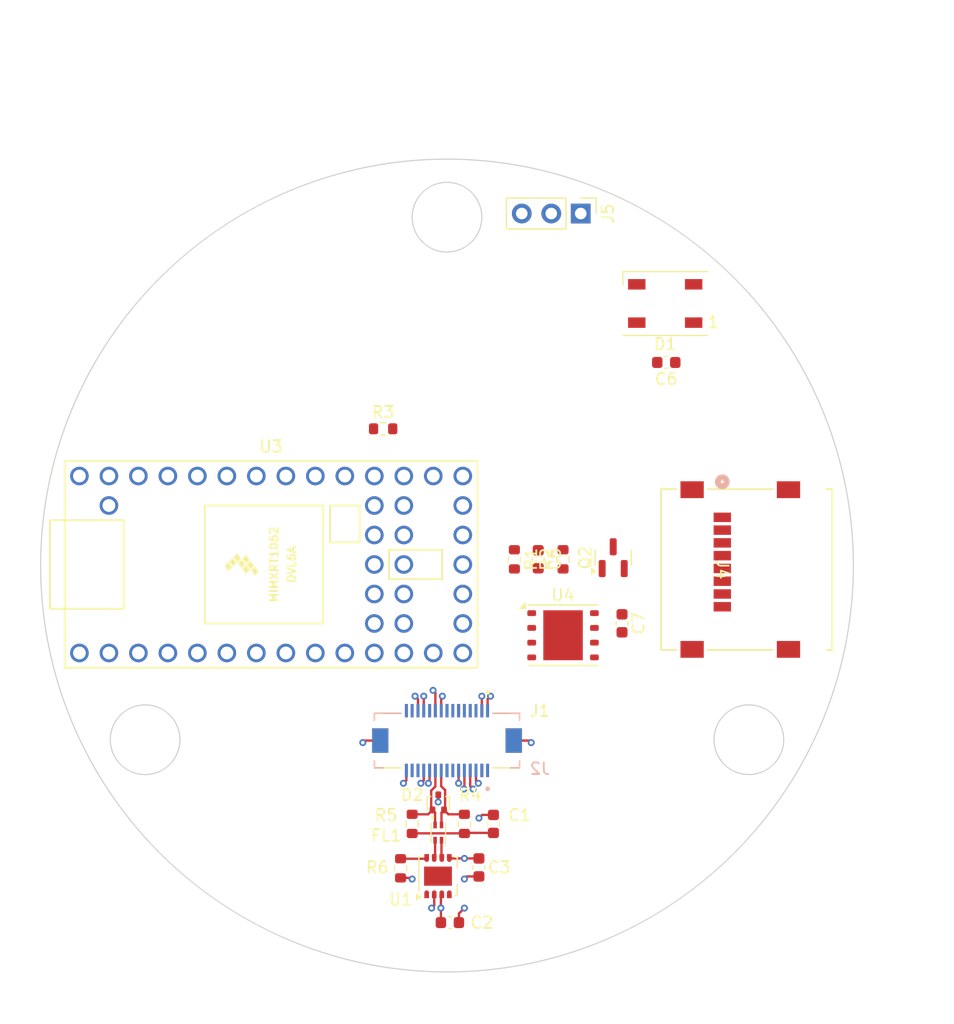
<source format=kicad_pcb>
(kicad_pcb (version 20240108) (generator "pcbnew") (generator_version "8.0")
  (title_block (title "Blaze PCB Template") (rev "v1") (company "UCSC Rocket Team"))
  (layers (0 "F.Cu" signal) (1 "In1.Cu" signal) (2 "In2.Cu" signal) (31 "B.Cu" signal) (34 "B.Paste" user) (35 "F.Paste" user) (36 "B.SilkS" user "B.Silkscreen") (37 "F.SilkS" user "F.Silkscreen") (38 "B.Mask" user) (39 "F.Mask" user) (44 "Edge.Cuts" user))
  (net 0 "")
  (net 1 "GND")
  (net 2 "+5V")
  (net 3 "+3V3")
  (net 4 "/CANL")
  (net 5 "/CANH")
  (net 6 "/ARM")
  (net 7 "/RX_RADIO")
  (net 8 "/TX_RADIO")
  (net 9 "/PPS")
  (net 10 "Net-(C1-Pad1)")
  (net 11 "Net-(U1-CANL)")
  (net 12 "Net-(U1-CANH)")
  (net 13 "/CAN_STB")
  (net 14 "/CANRX")
  (net 15 "/CANTX")
  (net 16 "Net-(Q2-G)")
  (net 17 "/LED_DOUT")
  (net 18 "Net-(D1-DOUT)")
  (net 19 "/MOSI")
  (net 20 "/CS_SD")
  (net 21 "/MISO")
  (net 22 "/SCK")
  (net 24 "Net-(J4-VDD)")
  (net 43 "/CS_FLASH")
  (net 60 "Net-(J1-Pin_18)")
  (net 61 "Net-(J1-Pin_24)")
  (net 62 "Net-(J1-Pin_5)")
  (net 63 "Net-(J1-Pin_29)")
  (net 64 "Net-(J1-Pin_17)")
  (net 65 "Net-(J1-Pin_7)")
  (net 66 "Net-(J1-Pin_15)")
  (net 67 "Net-(J1-Pin_8)")
  (net 68 "Net-(J1-Pin_23)")
  (net 69 "Net-(J1-Pin_30)")
  (net 70 "Net-(J1-Pin_14)")
  (footprint "Blaze_Library:Teensy40" (layer "F.Cu") (at 133.35 105.41)
    (property "Reference" "U3" (at 0 -10.16 0) (layer "F.SilkS"))
    (property "Value" "Teensy4.0")
    (fp_line (start -19.05 -3.81) (end -17.78 -3.81) (stroke (width 0.15)) (layer "F.SilkS"))
    (fp_line (start -19.05 3.81) (end -19.05 -3.81) (stroke (width 0.15)) (layer "F.SilkS"))
    (fp_line (start -17.78 -8.89) (end 17.78 -8.89) (stroke (width 0.15)) (layer "F.SilkS"))
    (fp_line (start -17.78 3.81) (end -19.05 3.81) (stroke (width 0.15)) (layer "F.SilkS"))
    (fp_line (start -17.78 8.89) (end -17.78 -8.89) (stroke (width 0.15)) (layer "F.SilkS"))
    (fp_line (start -12.7 -3.81) (end -17.78 -3.81) (stroke (width 0.15)) (layer "F.SilkS"))
    (fp_line (start -12.7 3.81) (end -17.78 3.81) (stroke (width 0.15)) (layer "F.SilkS"))
    (fp_line (start -12.7 3.81) (end -12.7 -3.81) (stroke (width 0.15)) (layer "F.SilkS"))
    (fp_line (start -5.715 -5.08) (end -5.715 5.08) (stroke (width 0.15)) (layer "F.SilkS"))
    (fp_line (start 4.445 -5.08) (end -5.715 -5.08) (stroke (width 0.15)) (layer "F.SilkS"))
    (fp_line (start 4.445 5.08) (end -5.715 5.08) (stroke (width 0.15)) (layer "F.SilkS"))
    (fp_line (start 4.445 5.08) (end 4.445 -5.08) (stroke (width 0.15)) (layer "F.SilkS"))
    (fp_line (start 5.08 -5.08) (end 7.62 -5.08) (stroke (width 0.15)) (layer "F.SilkS"))
    (fp_line (start 5.08 -1.905) (end 5.08 -5.08) (stroke (width 0.15)) (layer "F.SilkS"))
    (fp_line (start 7.62 -5.08) (end 7.62 -1.905) (stroke (width 0.15)) (layer "F.SilkS"))
    (fp_line (start 7.62 -1.905) (end 5.08 -1.905) (stroke (width 0.15)) (layer "F.SilkS"))
    (fp_line (start 10.16 -1.27) (end 14.732 -1.27) (stroke (width 0.15)) (layer "F.SilkS"))
    (fp_line (start 10.16 1.27) (end 10.16 -1.27) (stroke (width 0.15)) (layer "F.SilkS"))
    (fp_line (start 14.732 -1.27) (end 14.732 1.27) (stroke (width 0.15)) (layer "F.SilkS"))
    (fp_line (start 14.732 1.27) (end 10.16 1.27) (stroke (width 0.15)) (layer "F.SilkS"))
    (fp_line (start 17.78 -8.89) (end 17.78 8.89) (stroke (width 0.15)) (layer "F.SilkS"))
    (fp_line (start 17.78 8.89) (end -17.78 8.89) (stroke (width 0.15)) (layer "F.SilkS"))
    (fp_poly (pts (xy -3.937 0.127) (xy -3.683 -0.127) (xy -3.429 0.254) (xy -3.683 0.508)) (stroke (width 0.1)) (fill solid) (layer "F.SilkS"))
    (fp_poly (pts (xy -3.556 -0.254) (xy -3.302 -0.508) (xy -3.048 -0.127) (xy -3.302 0.127)) (stroke (width 0.1)) (fill solid) (layer "F.SilkS"))
    (fp_poly (pts (xy -3.175 -0.635) (xy -2.921 -0.889) (xy -2.667 -0.508) (xy -2.921 -0.254)) (stroke (width 0.1)) (fill solid) (layer "F.SilkS"))
    (fp_poly (pts (xy -2.794 -0.127) (xy -2.54 -0.381) (xy -2.286 0) (xy -2.54 0.254)) (stroke (width 0.1)) (fill solid) (layer "F.SilkS"))
    (fp_poly (pts (xy -2.413 -0.508) (xy -2.159 -0.762) (xy -1.905 -0.381) (xy -2.159 -0.127)) (stroke (width 0.1)) (fill solid) (layer "F.SilkS"))
    (fp_poly (pts (xy -2.413 0.381) (xy -2.159 0.127) (xy -1.905 0.508) (xy -2.159 0.762)) (stroke (width 0.1)) (fill solid) (layer "F.SilkS"))
    (fp_poly (pts (xy -2.032 0) (xy -1.778 -0.254) (xy -1.524 0.127) (xy -1.778 0.381)) (stroke (width 0.1)) (fill solid) (layer "F.SilkS"))
    (fp_poly (pts (xy -1.651 0.508) (xy -1.397 0.254) (xy -1.143 0.635) (xy -1.397 0.889)) (stroke (width 0.1)) (fill solid) (layer "F.SilkS"))
    (fp_text user "DVL6A" (at 1.778 0 90) (layer "F.SilkS") (effects (font (size 0.7 0.7))))
    (fp_text user "MIMXRT1062" (at 0.254 0 90) (layer "F.SilkS") (effects (font (size 0.7 0.7))))
    (pad "1" thru_hole circle (at -16.51 7.62) (size 1.6 1.6) (drill 1.1) (layers "*.Cu" "*.Mask") (net 1 "GND"))
    (pad "2" thru_hole circle (at -13.97 7.62) (size 1.6 1.6) (drill 1.1) (layers "*.Cu" "*.Mask") (net 14 "/CANRX"))
    (pad "3" thru_hole circle (at -11.43 7.62) (size 1.6 1.6) (drill 1.1) (layers "*.Cu" "*.Mask") (net 15 "/CANTX"))
    (pad "4" thru_hole circle (at -8.89 7.62) (size 1.6 1.6) (drill 1.1) (layers "*.Cu" "*.Mask"))
    (pad "5" thru_hole circle (at -6.35 7.62) (size 1.6 1.6) (drill 1.1) (layers "*.Cu" "*.Mask"))
    (pad "6" thru_hole circle (at -3.81 7.62) (size 1.6 1.6) (drill 1.1) (layers "*.Cu" "*.Mask"))
    (pad "7" thru_hole circle (at -1.27 7.62) (size 1.6 1.6) (drill 1.1) (layers "*.Cu" "*.Mask"))
    (pad "8" thru_hole circle (at 1.27 7.62) (size 1.6 1.6) (drill 1.1) (layers "*.Cu" "*.Mask") (net 17 "/LED_DOUT"))
    (pad "9" thru_hole circle (at 3.81 7.62) (size 1.6 1.6) (drill 1.1) (layers "*.Cu" "*.Mask"))
    (pad "10" thru_hole circle (at 6.35 7.62) (size 1.6 1.6) (drill 1.1) (layers "*.Cu" "*.Mask"))
    (pad "11" thru_hole circle (at 8.89 7.62) (size 1.6 1.6) (drill 1.1) (layers "*.Cu" "*.Mask") (net 20 "/CS_SD"))
    (pad "12" thru_hole circle (at 11.43 7.62) (size 1.6 1.6) (drill 1.1) (layers "*.Cu" "*.Mask") (net 43 "/CS_FLASH"))
    (pad "13" thru_hole circle (at 13.97 7.62) (size 1.6 1.6) (drill 1.1) (layers "*.Cu" "*.Mask") (net 19 "/MOSI"))
    (pad "14" thru_hole circle (at 16.51 7.62) (size 1.6 1.6) (drill 1.1) (layers "*.Cu" "*.Mask") (net 21 "/MISO"))
    (pad "15" thru_hole circle (at 16.51 5.08) (size 1.6 1.6) (drill 1.1) (layers "*.Cu" "*.Mask"))
    (pad "16" thru_hole circle (at 16.51 2.54) (size 1.6 1.6) (drill 1.1) (layers "*.Cu" "*.Mask"))
    (pad "17" thru_hole circle (at 16.51 0) (size 1.6 1.6) (drill 1.1) (layers "*.Cu" "*.Mask") (net 1 "GND"))
    (pad "18" thru_hole circle (at 16.51 -2.54) (size 1.6 1.6) (drill 1.1) (layers "*.Cu" "*.Mask"))
    (pad "19" thru_hole circle (at 16.51 -5.08) (size 1.6 1.6) (drill 1.1) (layers "*.Cu" "*.Mask"))
    (pad "20" thru_hole circle (at 16.51 -7.62) (size 1.6 1.6) (drill 1.1) (layers "*.Cu" "*.Mask") (net 22 "/SCK"))
    (pad "21" thru_hole circle (at 13.97 -7.62) (size 1.6 1.6) (drill 1.1) (layers "*.Cu" "*.Mask"))
    (pad "22" thru_hole circle (at 11.43 -7.62) (size 1.6 1.6) (drill 1.1) (layers "*.Cu" "*.Mask"))
    (pad "23" thru_hole circle (at 8.89 -7.62) (size 1.6 1.6) (drill 1.1) (layers "*.Cu" "*.Mask") (net 6 "/ARM"))
    (pad "24" thru_hole circle (at 6.35 -7.62) (size 1.6 1.6) (drill 1.1) (layers "*.Cu" "*.Mask"))
    (pad "25" thru_hole circle (at 3.81 -7.62) (size 1.6 1.6) (drill 1.1) (layers "*.Cu" "*.Mask"))
    (pad "26" thru_hole circle (at 1.27 -7.62) (size 1.6 1.6) (drill 1.1) (layers "*.Cu" "*.Mask"))
    (pad "27" thru_hole circle (at -1.27 -7.62) (size 1.6 1.6) (drill 1.1) (layers "*.Cu" "*.Mask"))
    (pad "28" thru_hole circle (at -3.81 -7.62) (size 1.6 1.6) (drill 1.1) (layers "*.Cu" "*.Mask"))
    (pad "29" thru_hole circle (at -6.35 -7.62) (size 1.6 1.6) (drill 1.1) (layers "*.Cu" "*.Mask"))
    (pad "30" thru_hole circle (at -8.89 -7.62) (size 1.6 1.6) (drill 1.1) (layers "*.Cu" "*.Mask"))
    (pad "31" thru_hole circle (at -11.43 -7.62) (size 1.6 1.6) (drill 1.1) (layers "*.Cu" "*.Mask"))
    (pad "32" thru_hole circle (at -13.97 -7.62) (size 1.6 1.6) (drill 1.1) (layers "*.Cu" "*.Mask") (net 1 "GND"))
    (pad "33" thru_hole circle (at -16.51 -7.62) (size 1.6 1.6) (drill 1.1) (layers "*.Cu" "*.Mask") (net 2 "+5V"))
    (pad "34" thru_hole circle (at -13.97 -5.08) (size 1.6 1.6) (drill 1.1) (layers "*.Cu" "*.Mask"))
    (pad "35" thru_hole circle (at 11.43 -5.08) (size 1.6 1.6) (drill 1.1) (layers "*.Cu" "*.Mask"))
    (pad "36" thru_hole circle (at 8.89 -5.08) (size 1.6 1.6) (drill 1.1) (layers "*.Cu" "*.Mask"))
    (pad "37" thru_hole circle (at 11.43 -2.54) (size 1.6 1.6) (drill 1.1) (layers "*.Cu" "*.Mask"))
    (pad "38" thru_hole circle (at 8.89 -2.54) (size 1.6 1.6) (drill 1.1) (layers "*.Cu" "*.Mask"))
    (pad "39" thru_hole circle (at 11.43 0) (size 1.6 1.6) (drill 1.1) (layers "*.Cu" "*.Mask"))
    (pad "40" thru_hole circle (at 8.89 0) (size 1.6 1.6) (drill 1.1) (layers "*.Cu" "*.Mask"))
    (pad "41" thru_hole circle (at 11.43 2.54) (size 1.6 1.6) (drill 1.1) (layers "*.Cu" "*.Mask"))
    (pad "42" thru_hole circle (at 8.89 2.54) (size 1.6 1.6) (drill 1.1) (layers "*.Cu" "*.Mask"))
    (pad "43" thru_hole circle (at 11.43 5.08) (size 1.6 1.6) (drill 1.1) (layers "*.Cu" "*.Mask"))
    (pad "44" thru_hole circle (at 8.89 5.08) (size 1.6 1.6) (drill 1.1) (layers "*.Cu" "*.Mask"))
  )
  (footprint "Package_TO_SOT_SMD:SOT-416" (layer "F.Cu") (at 147.75 125.9 90)
    (property "Reference" "D2" (at 0.65 -2.25 180) (layer "F.SilkS"))
    (property "Value" "ESDCAN03-2BM3Y")
    (fp_line (start 0.51 -0.96) (end -0.65 -0.96) (stroke (width 0.12)) (layer "F.SilkS"))
    (fp_line (start 0.51 -0.96) (end 0.51 -0.65) (stroke (width 0.12)) (layer "F.SilkS"))
    (fp_line (start 0.51 0.96) (end 0.51 0.65) (stroke (width 0.12)) (layer "F.SilkS"))
    (fp_line (start 0.51 0.96) (end -0.65 0.96) (stroke (width 0.12)) (layer "F.SilkS"))
    (fp_circle (center -1.3 -0.5) (end -1.15 -0.5) (fill solid) (layer "F.SilkS"))
    (pad "1" smd roundrect (at -0.65 -0.5 90) (size 0.6 0.5) (layers "F.Cu" "F.Paste" "F.Mask") (net 4 "/CANL"))
    (pad "2" smd roundrect (at -0.65 0.5 90) (size 0.6 0.5) (layers "F.Cu" "F.Paste" "F.Mask") (net 5 "/CANH"))
    (pad "3" smd roundrect (at 0.65 0 90) (size 0.6 0.5) (layers "F.Cu" "F.Paste" "F.Mask") (net 1 "GND"))
  )
  (footprint "Blaze_Library:HRS_DF17_1.0H_-30DP-0.5V_57_" (layer "F.Cu") (at 148.5 120.575 180)
    (property "Reference" "J1" (at -8 2.575 0) (layer "F.SilkS"))
    (property "Value" "FrontInterconnect")
    (fp_line (start 6.25 2.35) (end 6.25 1.75) (stroke (width 0.127)) (layer "F.SilkS"))
    (fp_line (start 6.25 -2.35) (end 6.25 -1.75) (stroke (width 0.127)) (layer "F.SilkS"))
    (fp_line (start 6.25 -2.35) (end 3.945 -2.35) (stroke (width 0.127)) (layer "F.SilkS"))
    (fp_line (start 5.5 2.35) (end 6.25 2.35) (stroke (width 0.127)) (layer "F.SilkS"))
    (fp_line (start -3.945 -2.35) (end -6.25 -2.35) (stroke (width 0.127)) (layer "F.SilkS"))
    (fp_line (start -6.25 2.35) (end -5.5 2.35) (stroke (width 0.127)) (layer "F.SilkS"))
    (fp_line (start -6.25 2.35) (end -6.25 1.75) (stroke (width 0.127)) (layer "F.SilkS"))
    (fp_line (start -6.25 -2.35) (end -6.25 -1.75) (stroke (width 0.127)) (layer "F.SilkS"))
    (fp_circle (center -3.5 4.15) (end -3.4 4.15) (stroke (width 0.2)) (fill none) (layer "F.SilkS"))
    (pad "" np_thru_hole circle (at -4.75 1.9 180) (size 0.65 0.65) (drill 0.65) (layers "*.Cu" "*.Mask"))
    (pad "" np_thru_hole circle (at 4.75 1.9 180) (size 0.65 0.65) (drill 0.65) (layers "*.Cu" "*.Mask"))
    (pad "1" smd rect (at -3.5 2.575 180) (size 0.25 1.15) (layers "F.Cu" "F.Paste" "F.Mask") (net 1 "GND"))
    (pad "2" smd rect (at -3 2.575 180) (size 0.25 1.15) (layers "F.Cu" "F.Paste" "F.Mask") (net 1 "GND"))
    (pad "3" smd rect (at -2.5 2.575 180) (size 0.25 1.15) (layers "F.Cu" "F.Paste" "F.Mask") (net 8 "/TX_RADIO"))
    (pad "4" smd rect (at -2 2.575 180) (size 0.25 1.15) (layers "F.Cu" "F.Paste" "F.Mask") (net 7 "/RX_RADIO"))
    (pad "5" smd rect (at -1.5 2.575 180) (size 0.25 1.15) (layers "F.Cu" "F.Paste" "F.Mask") (net 62 "Net-(J1-Pin_5)"))
    (pad "6" smd rect (at -1 2.575 180) (size 0.25 1.15) (layers "F.Cu" "F.Paste" "F.Mask") (net 6 "/ARM"))
    (pad "7" smd rect (at -0.5 2.575 180) (size 0.25 1.15) (layers "F.Cu" "F.Paste" "F.Mask") (net 65 "Net-(J1-Pin_7)"))
    (pad "8" smd rect (at 0 2.575 180) (size 0.25 1.15) (layers "F.Cu" "F.Paste" "F.Mask") (net 67 "Net-(J1-Pin_8)"))
    (pad "9" smd rect (at 0.5 2.575 180) (size 0.25 1.15) (layers "F.Cu" "F.Paste" "F.Mask") (net 2 "+5V"))
    (pad "10" smd rect (at 1 2.575 180) (size 0.25 1.15) (layers "F.Cu" "F.Paste" "F.Mask") (net 3 "+3V3"))
    (pad "11" smd rect (at 1.5 2.575 180) (size 0.25 1.15) (layers "F.Cu" "F.Paste" "F.Mask") (net 9 "/PPS"))
    (pad "12" smd rect (at 2 2.575 180) (size 0.25 1.15) (layers "F.Cu" "F.Paste" "F.Mask") (net 1 "GND"))
    (pad "13" smd rect (at 2.5 2.575 180) (size 0.25 1.15) (layers "F.Cu" "F.Paste" "F.Mask") (net 1 "GND"))
    (pad "14" smd rect (at 3 2.575 180) (size 0.25 1.15) (layers "F.Cu" "F.Paste" "F.Mask") (net 70 "Net-(J1-Pin_14)"))
    (pad "15" smd rect (at 3.5 2.575 180) (size 0.25 1.15) (layers "F.Cu" "F.Paste" "F.Mask") (net 66 "Net-(J1-Pin_15)"))
    (pad "16" smd rect (at 3.5 -2.575 180) (size 0.25 1.15) (layers "F.Cu" "F.Paste" "F.Mask") (net 3 "+3V3"))
    (pad "17" smd rect (at 3 -2.575 180) (size 0.25 1.15) (layers "F.Cu" "F.Paste" "F.Mask") (net 64 "Net-(J1-Pin_17)"))
    (pad "18" smd rect (at 2.5 -2.575 180) (size 0.25 1.15) (layers "F.Cu" "F.Paste" "F.Mask") (net 60 "Net-(J1-Pin_18)"))
    (pad "19" smd rect (at 2 -2.575 180) (size 0.25 1.15) (layers "F.Cu" "F.Paste" "F.Mask") (net 1 "GND"))
    (pad "20" smd rect (at 1.5 -2.575 180) (size 0.25 1.15) (layers "F.Cu" "F.Paste" "F.Mask") (net 1 "GND"))
    (pad "21" smd rect (at 1 -2.575 180) (size 0.25 1.15) (layers "F.Cu" "F.Paste" "F.Mask") (net 5 "/CANH"))
    (pad "22" smd rect (at 0.5 -2.575 180) (size 0.25 1.15) (layers "F.Cu" "F.Paste" "F.Mask") (net 4 "/CANL"))
    (pad "23" smd rect (at 0 -2.575 180) (size 0.25 1.15) (layers "F.Cu" "F.Paste" "F.Mask") (net 68 "Net-(J1-Pin_23)"))
    (pad "24" smd rect (at -0.5 -2.575 180) (size 0.25 1.15) (layers "F.Cu" "F.Paste" "F.Mask") (net 61 "Net-(J1-Pin_24)"))
    (pad "25" smd rect (at -1 -2.575 180) (size 0.25 1.15) (layers "F.Cu" "F.Paste" "F.Mask") (net 2 "+5V"))
    (pad "26" smd rect (at -1.5 -2.575 180) (size 0.25 1.15) (layers "F.Cu" "F.Paste" "F.Mask") (net 2 "+5V"))
    (pad "27" smd rect (at -2 -2.575 180) (size 0.25 1.15) (layers "F.Cu" "F.Paste" "F.Mask") (net 3 "+3V3"))
    (pad "28" smd rect (at -2.5 -2.575 180) (size 0.25 1.15) (layers "F.Cu" "F.Paste" "F.Mask") (net 3 "+3V3"))
    (pad "29" smd rect (at -3 -2.575 180) (size 0.25 1.15) (layers "F.Cu" "F.Paste" "F.Mask") (net 63 "Net-(J1-Pin_29)"))
    (pad "30" smd rect (at -3.5 -2.575 180) (size 0.25 1.15) (layers "F.Cu" "F.Paste" "F.Mask") (net 69 "Net-(J1-Pin_30)"))
    (pad "S1" smd rect (at -5.75 0 180) (size 1.4 2.1) (layers "F.Cu" "F.Paste" "F.Mask") (net 1 "GND"))
    (pad "S2" smd rect (at 5.75 0 180) (size 1.4 2.1) (layers "F.Cu" "F.Paste" "F.Mask") (net 1 "GND"))
  )
  (footprint "Resistor_SMD:R_0603_1608Metric" (layer "F.Cu") (at 154.305 104.966 -90)
    (property "Reference" "R1" (at 0 -1.43 90) (layer "F.SilkS"))
    (property "Value" "47k")
    (fp_line (start -0.237258 0.5225) (end 0.237258 0.5225) (stroke (width 0.12)) (layer "F.SilkS"))
    (fp_line (start -0.237258 -0.5225) (end 0.237258 -0.5225) (stroke (width 0.12)) (layer "F.SilkS"))
    (pad "1" smd roundrect (at -0.825 0 270) (size 0.8 0.95) (layers "F.Cu" "F.Paste" "F.Mask") (net 3 "+3V3"))
    (pad "2" smd roundrect (at 0.825 0 270) (size 0.8 0.95) (layers "F.Cu" "F.Paste" "F.Mask") (net 16 "Net-(Q2-G)"))
  )
  (footprint "Connector_PinHeader_2.54mm:PinHeader_1x03_P2.54mm_Vertical" (layer "F.Cu") (at 160.02 75.184 -90)
    (property "Reference" "J5" (at 0 -2.33 90) (layer "F.SilkS"))
    (property "Value" "Conn_01x03_Pin")
    (fp_line (start -1.33 6.41) (end 1.33 6.41) (stroke (width 0.12)) (layer "F.SilkS"))
    (fp_line (start -1.33 1.27) (end -1.33 6.41) (stroke (width 0.12)) (layer "F.SilkS"))
    (fp_line (start -1.33 1.27) (end 1.33 1.27) (stroke (width 0.12)) (layer "F.SilkS"))
    (fp_line (start 1.33 1.27) (end 1.33 6.41) (stroke (width 0.12)) (layer "F.SilkS"))
    (fp_line (start -1.33 0) (end -1.33 -1.33) (stroke (width 0.12)) (layer "F.SilkS"))
    (fp_line (start -1.33 -1.33) (end 0 -1.33) (stroke (width 0.12)) (layer "F.SilkS"))
    (pad "1" thru_hole rect (at 0 0 270) (size 1.7 1.7) (drill 1) (layers "*.Cu" "*.Mask") (net 1 "GND"))
    (pad "2" thru_hole oval (at 0 2.54 270) (size 1.7 1.7) (drill 1) (layers "*.Cu" "*.Mask") (net 18 "Net-(D1-DOUT)"))
    (pad "3" thru_hole oval (at 0 5.08 270) (size 1.7 1.7) (drill 1) (layers "*.Cu" "*.Mask") (net 2 "+5V"))
  )
  (footprint "LED_SMD:LED_WS2812B_PLCC4_5.0x5.0mm_P3.2mm" (layer "F.Cu") (at 167.296 82.932 180)
    (property "Reference" "D1" (at 0 -3.5 360) (layer "F.SilkS"))
    (property "Value" "WS2812B")
    (fp_line (start 3.65 2.75) (end 3.65 1.6) (stroke (width 0.12)) (layer "F.SilkS"))
    (fp_line (start -3.65 2.75) (end 3.65 2.75) (stroke (width 0.12)) (layer "F.SilkS"))
    (fp_line (start -3.65 -2.75) (end 3.65 -2.75) (stroke (width 0.12)) (layer "F.SilkS"))
    (fp_text user "1" (at -4.15 -1.6 360) (layer "F.SilkS"))
    (pad "1" smd rect (at -2.45 -1.65 180) (size 1.5 0.9) (layers "F.Cu" "F.Paste" "F.Mask") (net 2 "+5V"))
    (pad "2" smd rect (at -2.45 1.65 180) (size 1.5 0.9) (layers "F.Cu" "F.Paste" "F.Mask") (net 18 "Net-(D1-DOUT)"))
    (pad "3" smd rect (at 2.45 1.65 180) (size 1.5 0.9) (layers "F.Cu" "F.Paste" "F.Mask") (net 1 "GND"))
    (pad "4" smd rect (at 2.45 -1.65 180) (size 1.5 0.9) (layers "F.Cu" "F.Paste" "F.Mask") (net 17 "/LED_DOUT"))
  )
  (footprint "Resistor_SMD:R_0603_1608Metric" (layer "F.Cu") (at 145.5 127.75 -90)
    (property "Reference" "R5" (at -0.75 2.25 180) (layer "F.SilkS"))
    (property "Value" "60")
    (fp_line (start -0.237258 0.5225) (end 0.237258 0.5225) (stroke (width 0.12)) (layer "F.SilkS"))
    (fp_line (start -0.237258 -0.5225) (end 0.237258 -0.5225) (stroke (width 0.12)) (layer "F.SilkS"))
    (pad "1" smd roundrect (at -0.825 0 270) (size 0.8 0.95) (layers "F.Cu" "F.Paste" "F.Mask") (net 5 "/CANH"))
    (pad "2" smd roundrect (at 0.825 0 270) (size 0.8 0.95) (layers "F.Cu" "F.Paste" "F.Mask") (net 10 "Net-(C1-Pad1)"))
  )
  (footprint "Capacitor_SMD:C_0603_1608Metric" (layer "F.Cu") (at 167.386 88.011 180)
    (property "Reference" "C6" (at 0 -1.43 360) (layer "F.SilkS"))
    (property "Value" "1uF")
    (fp_line (start -0.14058 0.51) (end 0.14058 0.51) (stroke (width 0.12)) (layer "F.SilkS"))
    (fp_line (start -0.14058 -0.51) (end 0.14058 -0.51) (stroke (width 0.12)) (layer "F.SilkS"))
    (pad "1" smd roundrect (at -0.775 0 180) (size 0.9 0.95) (layers "F.Cu" "F.Paste" "F.Mask") (net 2 "+5V"))
    (pad "2" smd roundrect (at 0.775 0 180) (size 0.9 0.95) (layers "F.Cu" "F.Paste" "F.Mask") (net 1 "GND"))
  )
  (footprint "Capacitor_SMD:C_0603_1608Metric" (layer "F.Cu") (at 163.576 110.477 -90)
    (property "Reference" "C7" (at 0 -1.43 90) (layer "F.SilkS"))
    (property "Value" "0.1uF")
    (fp_line (start -0.14058 0.51) (end 0.14058 0.51) (stroke (width 0.12)) (layer "F.SilkS"))
    (fp_line (start -0.14058 -0.51) (end 0.14058 -0.51) (stroke (width 0.12)) (layer "F.SilkS"))
    (pad "1" smd roundrect (at -0.775 0 270) (size 0.9 0.95) (layers "F.Cu" "F.Paste" "F.Mask") (net 3 "+3V3"))
    (pad "2" smd roundrect (at 0.775 0 270) (size 0.9 0.95) (layers "F.Cu" "F.Paste" "F.Mask") (net 1 "GND"))
  )
  (footprint "Resistor_SMD:R_0603_1608Metric" (layer "F.Cu") (at 158.496 104.966 90)
    (property "Reference" "R2" (at 0 -1.43 90) (layer "F.SilkS"))
    (property "Value" "100k")
    (fp_line (start -0.237258 -0.5225) (end 0.237258 -0.5225) (stroke (width 0.12)) (layer "F.SilkS"))
    (fp_line (start -0.237258 0.5225) (end 0.237258 0.5225) (stroke (width 0.12)) (layer "F.SilkS"))
    (pad "1" smd roundrect (at -0.825 0 90) (size 0.8 0.95) (layers "F.Cu" "F.Paste" "F.Mask") (net 16 "Net-(Q2-G)"))
    (pad "2" smd roundrect (at 0.825 0 90) (size 0.8 0.95) (layers "F.Cu" "F.Paste" "F.Mask") (net 1 "GND"))
  )
  (footprint "Blaze_Library:CONN_47219-2001_MOL" (layer "F.Cu") (at 174.310299 105.845 -90)
    (property "Reference" "J4" (at 0 2.098299 -90) (layer "F.SilkS"))
    (property "Value" "Micro_SD_Card")
    (fp_circle (center -7.5565 2.098299) (end -7.1755 2.098299) (stroke (width 0.508)) (fill none) (layer "B.SilkS"))
    (fp_line (start -6.9215 7.3787) (end 6.9215 7.3787) (stroke (width 0.1524)) (layer "F.SilkS"))
    (fp_line (start 6.9215 7.3787) (end 6.9215 6.034339) (stroke (width 0.1524)) (layer "F.SilkS"))
    (fp_line (start -6.9215 6.034339) (end -6.9215 7.3787) (stroke (width 0.1524)) (layer "F.SilkS"))
    (fp_line (start 6.9215 3.362259) (end 6.9215 -2.265661) (stroke (width 0.1524)) (layer "F.SilkS"))
    (fp_line (start -6.9215 -2.265661) (end -6.9215 3.362259) (stroke (width 0.1524)) (layer "F.SilkS"))
    (fp_line (start 6.9215 -6.857741) (end 6.9215 -7.3787) (stroke (width 0.1524)) (layer "F.SilkS"))
    (fp_line (start -6.9215 -7.3787) (end -6.9215 -6.857741) (stroke (width 0.1524)) (layer "F.SilkS"))
    (fp_line (start 6.9215 -7.3787) (end -6.9215 -7.3787) (stroke (width 0.1524)) (layer "F.SilkS"))
    (fp_circle (center -7.5565 2.098299) (end -7.1755 2.098299) (stroke (width 0.508)) (fill none) (layer "F.SilkS"))
    (pad "1" smd rect (at 3.205 2.098299 270) (size 0.8128 1.4986) (layers "F.Cu" "F.Paste" "F.Mask"))
    (pad "2" smd rect (at 2.105 2.098299 270) (size 0.8128 1.4986) (layers "F.Cu" "F.Paste" "F.Mask") (net 20 "/CS_SD"))
    (pad "3" smd rect (at 1.004999 2.098299 270) (size 0.8128 1.4986) (layers "F.Cu" "F.Paste" "F.Mask") (net 19 "/MOSI"))
    (pad "4" smd rect (at -0.095001 2.098299 270) (size 0.8128 1.4986) (layers "F.Cu" "F.Paste" "F.Mask") (net 24 "Net-(J4-VDD)"))
    (pad "5" smd rect (at -1.194999 2.098299 270) (size 0.8128 1.4986) (layers "F.Cu" "F.Paste" "F.Mask") (net 22 "/SCK"))
    (pad "6" smd rect (at -2.294999 2.098299 270) (size 0.8128 1.4986) (layers "F.Cu" "F.Paste" "F.Mask") (net 1 "GND"))
    (pad "7" smd rect (at -3.395 2.098299 270) (size 0.8128 1.4986) (layers "F.Cu" "F.Paste" "F.Mask") (net 21 "/MISO"))
    (pad "8" smd rect (at -4.495 2.098299 270) (size 0.8128 1.4986) (layers "F.Cu" "F.Paste" "F.Mask"))
    (pad "G1" smd rect (at 6.875001 4.698299 270) (size 1.4478 2.0066) (layers "F.Cu" "F.Paste" "F.Mask"))
    (pad "G2" smd rect (at 6.875001 -3.601701 270) (size 1.4478 2.0066) (layers "F.Cu" "F.Paste" "F.Mask"))
    (pad "G3" smd rect (at -6.875001 -3.601701 270) (size 1.4478 2.0066) (layers "F.Cu" "F.Paste" "F.Mask"))
    (pad "G4" smd rect (at -6.875001 4.698299 270) (size 1.4478 2.0066) (layers "F.Cu" "F.Paste" "F.Mask"))
  )
  (footprint "Capacitor_SMD:C_0603_1608Metric" (layer "F.Cu") (at 156.357197 104.961768 -90)
    (property "Reference" "C5" (at 0 -1.43 90) (layer "F.SilkS"))
    (property "Value" "47uF")
    (fp_line (start -0.14058 0.51) (end 0.14058 0.51) (stroke (width 0.12)) (layer "F.SilkS"))
    (fp_line (start -0.14058 -0.51) (end 0.14058 -0.51) (stroke (width 0.12)) (layer "F.SilkS"))
    (pad "1" smd roundrect (at -0.775 0 270) (size 0.9 0.95) (layers "F.Cu" "F.Paste" "F.Mask") (net 3 "+3V3"))
    (pad "2" smd roundrect (at 0.775 0 270) (size 0.9 0.95) (layers "F.Cu" "F.Paste" "F.Mask") (net 16 "Net-(Q2-G)"))
  )
  (footprint "Resistor_SMD:R_0603_1608Metric" (layer "F.Cu") (at 144.5 131.575 -90)
    (property "Reference" "R6" (at -0.075 2 180) (layer "F.SilkS"))
    (property "Value" "10K")
    (fp_line (start -0.237258 0.5225) (end 0.237258 0.5225) (stroke (width 0.12)) (layer "F.SilkS"))
    (fp_line (start -0.237258 -0.5225) (end 0.237258 -0.5225) (stroke (width 0.12)) (layer "F.SilkS"))
    (pad "1" smd roundrect (at -0.825 0 270) (size 0.8 0.95) (layers "F.Cu" "F.Paste" "F.Mask") (net 13 "/CAN_STB"))
    (pad "2" smd roundrect (at 0.825 0 270) (size 0.8 0.95) (layers "F.Cu" "F.Paste" "F.Mask") (net 3 "+3V3"))
  )
  (footprint "Package_SON:Texas_S-PVSON-N8" (layer "F.Cu") (at 147.725 132.25 90)
    (property "Reference" "U1" (at -2 -3.225 180) (layer "F.SilkS"))
    (property "Value" "TCAN1044VDDFR")
    (fp_line (start 1.65 -1.65) (end -1.285 -1.65) (stroke (width 0.12)) (layer "F.SilkS"))
    (fp_line (start 1.65 -1.45) (end 1.65 -1.65) (stroke (width 0.12)) (layer "F.SilkS"))
    (fp_line (start 1.65 1.45) (end 1.65 1.65) (stroke (width 0.12)) (layer "F.SilkS"))
    (fp_line (start 0.7 1.65) (end 1.65 1.65) (stroke (width 0.12)) (layer "F.SilkS"))
    (fp_line (start -1.65 1.65) (end -1.65 1.45) (stroke (width 0.12)) (layer "F.SilkS"))
    (fp_line (start -1.65 1.65) (end -0.7 1.65) (stroke (width 0.12)) (layer "F.SilkS"))
    (fp_poly (pts (xy -1.81 -1.5) (xy -2.05 -1.83) (xy -1.57 -1.83) (xy -1.81 -1.5)) (stroke (width 0.12)) (fill solid) (layer "F.SilkS"))
    (pad "1" smd rect (at -1.75 -0.975 90) (size 0.3 0.4) (layers "F.Cu" "F.Paste" "F.Mask") (net 15 "/CANTX"))
    (pad "1" smd oval (at -1.55 -0.975 90) (size 0.65 0.4) (layers "F.Cu" "F.Paste" "F.Mask") (net 15 "/CANTX"))
    (pad "2" smd rect (at -1.75 -0.325 90) (size 0.3 0.4) (layers "F.Cu" "F.Paste" "F.Mask") (net 1 "GND"))
    (pad "2" smd oval (at -1.55 -0.325 90) (size 0.65 0.4) (layers "F.Cu" "F.Paste" "F.Mask") (net 1 "GND"))
    (pad "3" smd rect (at -1.75 0.325 90) (size 0.3 0.4) (layers "F.Cu" "F.Paste" "F.Mask") (net 2 "+5V"))
    (pad "3" smd oval (at -1.55 0.325 90) (size 0.65 0.4) (layers "F.Cu" "F.Paste" "F.Mask") (net 2 "+5V"))
    (pad "4" smd rect (at -1.75 0.975 90) (size 0.3 0.4) (layers "F.Cu" "F.Paste" "F.Mask") (net 14 "/CANRX"))
    (pad "4" smd oval (at -1.55 0.975 90) (size 0.65 0.4) (layers "F.Cu" "F.Paste" "F.Mask") (net 14 "/CANRX"))
    (pad "5" smd oval (at 1.55 0.975 90) (size 0.65 0.4) (layers "F.Cu" "F.Paste" "F.Mask") (net 3 "+3V3"))
    (pad "5" smd rect (at 1.75 0.975 90) (size 0.3 0.4) (layers "F.Cu" "F.Paste" "F.Mask") (net 3 "+3V3"))
    (pad "6" smd oval (at 1.55 0.325 90) (size 0.65 0.4) (layers "F.Cu" "F.Paste" "F.Mask") (net 11 "Net-(U1-CANL)"))
    (pad "6" smd rect (at 1.75 0.325 90) (size 0.3 0.4) (layers "F.Cu" "F.Paste" "F.Mask") (net 11 "Net-(U1-CANL)"))
    (pad "7" smd oval (at 1.55 -0.325 90) (size 0.65 0.4) (layers "F.Cu" "F.Paste" "F.Mask") (net 12 "Net-(U1-CANH)"))
    (pad "7" smd rect (at 1.75 -0.325 90) (size 0.3 0.4) (layers "F.Cu" "F.Paste" "F.Mask") (net 12 "Net-(U1-CANH)"))
    (pad "8" smd oval (at 1.55 -0.975 90) (size 0.65 0.4) (layers "F.Cu" "F.Paste" "F.Mask") (net 13 "/CAN_STB"))
    (pad "8" smd rect (at 1.75 -0.975 90) (size 0.3 0.4) (layers "F.Cu" "F.Paste" "F.Mask") (net 13 "/CAN_STB"))
    (pad "9" smd rect (at -0.45 -0.625 90) (size 0.65 1) (layers "F.Cu" "F.Paste" "F.Mask"))
    (pad "9" smd rect (at -0.45 0.625 90) (size 0.65 1) (layers "F.Cu" "F.Paste" "F.Mask"))
    (pad "9" smd rect (at 0 0 90) (size 1.65 2.4) (layers "F.Cu" "F.Mask"))
    (pad "9" smd rect (at 0.45 -0.625 90) (size 0.65 1) (layers "F.Cu" "F.Paste" "F.Mask"))
    (pad "9" smd rect (at 0.45 0.625 90) (size 0.65 1) (layers "F.Cu" "F.Paste" "F.Mask"))
  )
  (footprint "Capacitor_SMD:C_0603_1608Metric" (layer "F.Cu") (at 148.75 136.25)
    (property "Reference" "C2" (at 2.75 0 0) (layer "F.SilkS"))
    (property "Value" "0.1uF")
    (fp_line (start -0.14058 -0.51) (end 0.14058 -0.51) (stroke (width 0.12)) (layer "F.SilkS"))
    (fp_line (start -0.14058 0.51) (end 0.14058 0.51) (stroke (width 0.12)) (layer "F.SilkS"))
    (pad "1" smd roundrect (at -0.775 0) (size 0.9 0.95) (layers "F.Cu" "F.Paste" "F.Mask") (net 2 "+5V"))
    (pad "2" smd roundrect (at 0.775 0) (size 0.9 0.95) (layers "F.Cu" "F.Paste" "F.Mask") (net 1 "GND"))
  )
  (footprint "Resistor_SMD:R_0603_1608Metric" (layer "F.Cu") (at 150 127.75 -90)
    (property "Reference" "R4" (at -2.5 -0.5 180) (layer "F.SilkS"))
    (property "Value" "60")
    (fp_line (start -0.237258 0.5225) (end 0.237258 0.5225) (stroke (width 0.12)) (layer "F.SilkS"))
    (fp_line (start -0.237258 -0.5225) (end 0.237258 -0.5225) (stroke (width 0.12)) (layer "F.SilkS"))
    (pad "1" smd roundrect (at -0.825 0 270) (size 0.8 0.95) (layers "F.Cu" "F.Paste" "F.Mask") (net 4 "/CANL"))
    (pad "2" smd roundrect (at 0.825 0 270) (size 0.8 0.95) (layers "F.Cu" "F.Paste" "F.Mask") (net 10 "Net-(C1-Pad1)"))
  )
  (footprint "Capacitor_SMD:C_0603_1608Metric" (layer "F.Cu") (at 152.5 127.75 90)
    (property "Reference" "C1" (at 0.75 2.25 180) (layer "F.SilkS"))
    (property "Value" "4.7nF")
    (fp_line (start -0.14058 -0.51) (end 0.14058 -0.51) (stroke (width 0.12)) (layer "F.SilkS"))
    (fp_line (start -0.14058 0.51) (end 0.14058 0.51) (stroke (width 0.12)) (layer "F.SilkS"))
    (pad "1" smd roundrect (at -0.775 0 90) (size 0.9 0.95) (layers "F.Cu" "F.Paste" "F.Mask") (net 10 "Net-(C1-Pad1)"))
    (pad "2" smd roundrect (at 0.775 0 90) (size 0.9 0.95) (layers "F.Cu" "F.Paste" "F.Mask") (net 1 "GND"))
  )
  (footprint "Resistor_SMD:R_0603_1608Metric" (layer "F.Cu") (at 143.002 93.726)
    (property "Reference" "R3" (at 0 -1.43 0) (layer "F.SilkS"))
    (property "Value" "10K")
    (fp_line (start -0.237258 -0.5225) (end 0.237258 -0.5225) (stroke (width 0.12)) (layer "F.SilkS"))
    (fp_line (start -0.237258 0.5225) (end 0.237258 0.5225) (stroke (width 0.12)) (layer "F.SilkS"))
    (pad "1" smd roundrect (at -0.825 0) (size 0.8 0.95) (layers "F.Cu" "F.Paste" "F.Mask") (net 6 "/ARM"))
    (pad "2" smd roundrect (at 0.825 0) (size 0.8 0.95) (layers "F.Cu" "F.Paste" "F.Mask") (net 1 "GND"))
  )
  (footprint "Package_SON:WSON-8-1EP_6x5mm_P1.27mm_EP3.4x4.3mm" (layer "F.Cu") (at 158.496 111.506)
    (property "Reference" "U4" (at 0 -3.45 0) (layer "F.SilkS"))
    (property "Value" "W25N02KVZEIR")
    (fp_line (start -3 2.61) (end 3 2.61) (stroke (width 0.12)) (layer "F.SilkS"))
    (fp_line (start -2.99 -2.61) (end 3 -2.61) (stroke (width 0.12)) (layer "F.SilkS"))
    (fp_poly (pts (xy -3.23 -2.31) (xy -3.71 -2.31) (xy -3.23 -2.79) (xy -3.23 -2.31)) (stroke (width 0.12)) (fill solid) (layer "F.SilkS"))
    (pad "1" smd roundrect (at -2.7 -1.905) (size 0.75 0.5) (layers "F.Cu" "F.Paste" "F.Mask") (net 43 "/CS_FLASH"))
    (pad "2" smd roundrect (at -2.7 -0.635) (size 0.75 0.5) (layers "F.Cu" "F.Paste" "F.Mask") (net 21 "/MISO"))
    (pad "3" smd roundrect (at -2.7 0.635) (size 0.75 0.5) (layers "F.Cu" "F.Paste" "F.Mask"))
    (pad "4" smd roundrect (at -2.7 1.905) (size 0.75 0.5) (layers "F.Cu" "F.Paste" "F.Mask") (net 1 "GND"))
    (pad "5" smd roundrect (at 2.7 1.905) (size 0.75 0.5) (layers "F.Cu" "F.Paste" "F.Mask") (net 19 "/MOSI"))
    (pad "6" smd roundrect (at 2.7 0.635) (size 0.75 0.5) (layers "F.Cu" "F.Paste" "F.Mask") (net 22 "/SCK"))
    (pad "7" smd roundrect (at 2.7 -0.635) (size 0.75 0.5) (layers "F.Cu" "F.Paste" "F.Mask"))
    (pad "8" smd roundrect (at 2.7 -1.905) (size 0.75 0.5) (layers "F.Cu" "F.Paste" "F.Mask") (net 3 "+3V3"))
    (pad "9" smd rect (at 0 0) (size 3.4 4.3) (property pad_prop_heatsink) (layers "F.Cu" "F.Mask") (net 1 "GND"))
  )
  (footprint "Capacitor_SMD:C_0603_1608Metric" (layer "F.Cu") (at 151.25 131.5 -90)
    (property "Reference" "C3" (at 0 -1.75 180) (layer "F.SilkS"))
    (property "Value" "0.1uF")
    (fp_line (start -0.14058 0.51) (end 0.14058 0.51) (stroke (width 0.12)) (layer "F.SilkS"))
    (fp_line (start -0.14058 -0.51) (end 0.14058 -0.51) (stroke (width 0.12)) (layer "F.SilkS"))
    (pad "1" smd roundrect (at -0.775 0 270) (size 0.9 0.95) (layers "F.Cu" "F.Paste" "F.Mask") (net 3 "+3V3"))
    (pad "2" smd roundrect (at 0.775 0 270) (size 0.9 0.95) (layers "F.Cu" "F.Paste" "F.Mask") (net 1 "GND"))
  )
  (footprint "Inductor_SMD:L_CommonModeChoke_Coilcraft_0603USB" (layer "F.Cu") (at 147.75 128.5 180)
    (property "Reference" "FL1" (at 4.5 -0.25 0) (layer "F.SilkS"))
    (property "Value" "Choke")
    (fp_line (start 0.63 0.8) (end 0.63 -0.8) (stroke (width 0.1)) (layer "F.SilkS"))
    (fp_line (start -0.63 -1.1) (end -0.63 0.8) (stroke (width 0.1)) (layer "F.SilkS"))
    (pad "1" smd roundrect (at -0.275 -0.655 180) (size 0.3 0.58) (layers "F.Cu" "F.Paste" "F.Mask") (roundrect_rratio 0.05) (net 11 "Net-(U1-CANL)"))
    (pad "2" smd roundrect (at -0.275 0.655 180) (size 0.3 0.58) (layers "F.Cu" "F.Paste" "F.Mask") (roundrect_rratio 0.05) (net 4 "/CANL"))
    (pad "3" smd roundrect (at 0.275 0.655 180) (size 0.3 0.58) (layers "F.Cu" "F.Paste" "F.Mask") (roundrect_rratio 0.05) (net 5 "/CANH"))
    (pad "4" smd roundrect (at 0.275 -0.655 180) (size 0.3 0.58) (layers "F.Cu" "F.Paste" "F.Mask") (roundrect_rratio 0.05) (net 12 "Net-(U1-CANH)"))
  )
  (footprint "Package_TO_SOT_SMD:SOT-23" (layer "F.Cu") (at 162.814 104.8235 90)
    (property "Reference" "Q2" (at 0 -2.4 90) (layer "F.SilkS"))
    (property "Value" "FDN340P")
    (fp_line (start 0 -1.56) (end 0.65 -1.56) (stroke (width 0.12)) (layer "F.SilkS"))
    (fp_line (start 0 -1.56) (end -0.65 -1.56) (stroke (width 0.12)) (layer "F.SilkS"))
    (fp_line (start 0 1.56) (end 0.65 1.56) (stroke (width 0.12)) (layer "F.SilkS"))
    (fp_line (start 0 1.56) (end -0.65 1.56) (stroke (width 0.12)) (layer "F.SilkS"))
    (fp_poly (pts (xy -1.1625 -1.51) (xy -1.4025 -1.84) (xy -0.9225 -1.84) (xy -1.1625 -1.51)) (stroke (width 0.12)) (fill solid) (layer "F.SilkS"))
    (pad "1" smd roundrect (at -0.9375 -0.95 90) (size 1.475 0.6) (layers "F.Cu" "F.Paste" "F.Mask") (net 16 "Net-(Q2-G)"))
    (pad "2" smd roundrect (at -0.9375 0.95 90) (size 1.475 0.6) (layers "F.Cu" "F.Paste" "F.Mask") (net 24 "Net-(J4-VDD)"))
    (pad "3" smd roundrect (at 0.9375 0 90) (size 1.475 0.6) (layers "F.Cu" "F.Paste" "F.Mask") (net 3 "+3V3"))
  )
  (footprint "Blaze_Library:HRS_DF17_1.0H_-30DP-0.5V_57_" (layer "B.Cu") (at 148.5 120.575 180)
    (property "Reference" "J2" (at -8 -2.425 0) (layer "B.SilkS") (effects (justify mirror)))
    (property "Value" "RearInterconnect")
    (fp_line (start 6.25 1.75) (end 6.25 2.35) (stroke (width 0.127)) (layer "B.SilkS"))
    (fp_line (start 6.25 -1.75) (end 6.25 -2.35) (stroke (width 0.127)) (layer "B.SilkS"))
    (fp_line (start 6.25 -2.35) (end 5.5 -2.35) (stroke (width 0.127)) (layer "B.SilkS"))
    (fp_line (start 3.945 2.35) (end 6.25 2.35) (stroke (width 0.127)) (layer "B.SilkS"))
    (fp_line (start -5.5 -2.35) (end -6.25 -2.35) (stroke (width 0.127)) (layer "B.SilkS"))
    (fp_line (start -6.25 2.35) (end -3.945 2.35) (stroke (width 0.127)) (layer "B.SilkS"))
    (fp_line (start -6.25 1.75) (end -6.25 2.35) (stroke (width 0.127)) (layer "B.SilkS"))
    (fp_line (start -6.25 -1.75) (end -6.25 -2.35) (stroke (width 0.127)) (layer "B.SilkS"))
    (fp_circle (center -3.5 -4.15) (end -3.4 -4.15) (stroke (width 0.2)) (fill none) (layer "B.SilkS"))
    (pad "" np_thru_hole circle (at -4.75 -1.9 180) (size 0.65 0.65) (drill 0.65) (layers "*.Cu" "*.Mask"))
    (pad "" np_thru_hole circle (at 4.75 -1.9 180) (size 0.65 0.65) (drill 0.65) (layers "*.Cu" "*.Mask"))
    (pad "1" smd rect (at -3.5 -2.575 180) (size 0.25 1.15) (layers "B.Cu" "B.Paste" "B.Mask") (net 69 "Net-(J1-Pin_30)"))
    (pad "2" smd rect (at -3 -2.575 180) (size 0.25 1.15) (layers "B.Cu" "B.Paste" "B.Mask") (net 63 "Net-(J1-Pin_29)"))
    (pad "3" smd rect (at -2.5 -2.575 180) (size 0.25 1.15) (layers "B.Cu" "B.Paste" "B.Mask") (net 3 "+3V3"))
    (pad "4" smd rect (at -2 -2.575 180) (size 0.25 1.15) (layers "B.Cu" "B.Paste" "B.Mask") (net 3 "+3V3"))
    (pad "5" smd rect (at -1.5 -2.575 180) (size 0.25 1.15) (layers "B.Cu" "B.Paste" "B.Mask") (net 2 "+5V"))
    (pad "6" smd rect (at -1 -2.575 180) (size 0.25 1.15) (layers "B.Cu" "B.Paste" "B.Mask") (net 2 "+5V"))
    (pad "7" smd rect (at -0.5 -2.575 180) (size 0.25 1.15) (layers "B.Cu" "B.Paste" "B.Mask") (net 61 "Net-(J1-Pin_24)"))
    (pad "8" smd rect (at 0 -2.575 180) (size 0.25 1.15) (layers "B.Cu" "B.Paste" "B.Mask") (net 68 "Net-(J1-Pin_23)"))
    (pad "9" smd rect (at 0.5 -2.575 180) (size 0.25 1.15) (layers "B.Cu" "B.Paste" "B.Mask") (net 4 "/CANL"))
    (pad "10" smd rect (at 1 -2.575 180) (size 0.25 1.15) (layers "B.Cu" "B.Paste" "B.Mask") (net 5 "/CANH"))
    (pad "11" smd rect (at 1.5 -2.575 180) (size 0.25 1.15) (layers "B.Cu" "B.Paste" "B.Mask") (net 1 "GND"))
    (pad "12" smd rect (at 2 -2.575 180) (size 0.25 1.15) (layers "B.Cu" "B.Paste" "B.Mask") (net 1 "GND"))
    (pad "13" smd rect (at 2.5 -2.575 180) (size 0.25 1.15) (layers "B.Cu" "B.Paste" "B.Mask") (net 60 "Net-(J1-Pin_18)"))
    (pad "14" smd rect (at 3 -2.575 180) (size 0.25 1.15) (layers "B.Cu" "B.Paste" "B.Mask") (net 64 "Net-(J1-Pin_17)"))
    (pad "15" smd rect (at 3.5 -2.575 180) (size 0.25 1.15) (layers "B.Cu" "B.Paste" "B.Mask") (net 3 "+3V3"))
    (pad "16" smd rect (at 3.5 2.575 180) (size 0.25 1.15) (layers "B.Cu" "B.Paste" "B.Mask") (net 66 "Net-(J1-Pin_15)"))
    (pad "17" smd rect (at 3 2.575 180) (size 0.25 1.15) (layers "B.Cu" "B.Paste" "B.Mask") (net 70 "Net-(J1-Pin_14)"))
    (pad "18" smd rect (at 2.5 2.575 180) (size 0.25 1.15) (layers "B.Cu" "B.Paste" "B.Mask") (net 1 "GND"))
    (pad "19" smd rect (at 2 2.575 180) (size 0.25 1.15) (layers "B.Cu" "B.Paste" "B.Mask") (net 1 "GND"))
    (pad "20" smd rect (at 1.5 2.575 180) (size 0.25 1.15) (layers "B.Cu" "B.Paste" "B.Mask") (net 9 "/PPS"))
    (pad "21" smd rect (at 1 2.575 180) (size 0.25 1.15) (layers "B.Cu" "B.Paste" "B.Mask") (net 3 "+3V3"))
    (pad "22" smd rect (at 0.5 2.575 180) (size 0.25 1.15) (layers "B.Cu" "B.Paste" "B.Mask") (net 2 "+5V"))
    (pad "23" smd rect (at 0 2.575 180) (size 0.25 1.15) (layers "B.Cu" "B.Paste" "B.Mask") (net 67 "Net-(J1-Pin_8)"))
    (pad "24" smd rect (at -0.5 2.575 180) (size 0.25 1.15) (layers "B.Cu" "B.Paste" "B.Mask") (net 65 "Net-(J1-Pin_7)"))
    (pad "25" smd rect (at -1 2.575 180) (size 0.25 1.15) (layers "B.Cu" "B.Paste" "B.Mask") (net 6 "/ARM"))
    (pad "26" smd rect (at -1.5 2.575 180) (size 0.25 1.15) (layers "B.Cu" "B.Paste" "B.Mask") (net 62 "Net-(J1-Pin_5)"))
    (pad "27" smd rect (at -2 2.575 180) (size 0.25 1.15) (layers "B.Cu" "B.Paste" "B.Mask") (net 7 "/RX_RADIO"))
    (pad "28" smd rect (at -2.5 2.575 180) (size 0.25 1.15) (layers "B.Cu" "B.Paste" "B.Mask") (net 8 "/TX_RADIO"))
    (pad "29" smd rect (at -3 2.575 180) (size 0.25 1.15) (layers "B.Cu" "B.Paste" "B.Mask") (net 1 "GND"))
    (pad "30" smd rect (at -3.5 2.575 180) (size 0.25 1.15) (layers "B.Cu" "B.Paste" "B.Mask") (net 1 "GND"))
    (pad "S1" smd rect (at -5.75 0 180) (size 1.4 2.1) (layers "B.Cu" "B.Paste" "B.Mask") (net 1 "GND"))
    (pad "S2" smd rect (at 5.75 0 180) (size 1.4 2.1) (layers "B.Cu" "B.Paste" "B.Mask") (net 1 "GND"))
  )
  (gr_circle (center 148.5 105.5) (end 148.5 140.5) (stroke (width 0.1)) (fill none) (layer "Edge.Cuts"))
  (gr_circle (center 148.5 75.5) (end 151.5 75.5) (stroke (width 0.1)) (fill none) (layer "Edge.Cuts"))
  (gr_circle (center 174.5 120.5) (end 177.5 120.5) (stroke (width 0.1)) (fill none) (layer "Edge.Cuts"))
  (gr_circle (center 122.5 120.5) (end 125.5 120.5) (stroke (width 0.1)) (fill none) (layer "Edge.Cuts"))
  (segment (start 142.75 120.575) (end 141.425 120.575) (width 0.2) (layer "F.Cu") (net 1))
  (segment (start 152 117) (end 152.25 116.75) (width 0.2) (layer "F.Cu") (net 1))
  (segment (start 147.4 134.774997) (end 147.174997 135) (width 0.2) (layer "F.Cu") (net 1))
  (segment (start 146 117) (end 145.75 116.75) (width 0.2) (layer "F.Cu") (net 1))
  (segment (start 147 123.15) (end 147 124.15) (width 0.2) (layer "F.Cu") (net 1))
  (segment (start 147.75 125.856811) (end 147.739765 125.867046) (width 0.2) (layer "F.Cu") (net 1))
  (segment (start 150.225 132.275) (end 150 132.5) (width 0.2) (layer "F.Cu") (net 1))
  (segment (start 154.25 120.575) (end 155.575 120.575) (width 0.2) (layer "F.Cu") (net 1))
  (segment (start 155.575 120.575) (end 155.75 120.75) (width 0.2) (layer "F.Cu") (net 1))
  (segment (start 146.5 123.15) (end 146.5 124) (width 0.2) (layer "F.Cu") (net 1))
  (segment (start 152.5 126.975) (end 151.525 126.975) (width 0.2) (layer "F.Cu") (net 1))
  (segment (start 146.5 124) (end 146.25 124.25) (width 0.2) (layer "F.Cu") (net 1))
  (segment (start 149.525 136.25) (end 149.525 135.475) (width 0.2) (layer "F.Cu") (net 1))
  (segment (start 147.75 125.25) (end 147.75 125.856811) (width 0.2) (layer "F.Cu") (net 1))
  (segment (start 147 124.15) (end 146.9 124.25) (width 0.2) (layer "F.Cu") (net 1))
  (segment (start 149.525 135.475) (end 150 135) (width 0.2) (layer "F.Cu") (net 1))
  (segment (start 147.4 133.8) (end 147.4 134.774997) (width 0.2) (layer "F.Cu") (net 1))
  (segment (start 146.5 118) (end 146.5 116.75) (width 0.2) (layer "F.Cu") (net 1))
  (segment (start 146 118) (end 146 117) (width 0.2) (layer "F.Cu") (net 1))
  (segment (start 152 118) (end 152 117) (width 0.2) (layer "F.Cu") (net 1))
  (segment (start 151.525 126.975) (end 151.25 127.25) (width 0.2) (layer "F.Cu") (net 1))
  (segment (start 141.425 120.575) (end 141.25 120.75) (width 0.2) (layer "F.Cu") (net 1))
  (segment (start 151.5 118) (end 151.5 116.75) (width 0.2) (layer "F.Cu") (net 1))
  (segment (start 151.25 132.275) (end 150.225 132.275) (width 0.2) (layer "F.Cu") (net 1))
  (via (at 147.739765 125.867046) (size 0.6) (drill 0.3) (layers "F.Cu" "B.Cu") (net 1))
  (via (at 151.5 116.75) (size 0.6) (drill 0.3) (layers "F.Cu" "B.Cu") (net 1))
  (via (at 155.75 120.75) (size 0.6) (drill 0.3) (layers "F.Cu" "B.Cu") (net 1))
  (via (at 146.25 124.25) (size 0.6) (drill 0.3) (layers "F.Cu" "B.Cu") (net 1))
  (via (at 141.25 120.75) (size 0.6) (drill 0.3) (layers "F.Cu" "B.Cu") (net 1))
  (via (at 146.9 124.25) (size 0.6) (drill 0.3) (layers "F.Cu" "B.Cu") (net 1))
  (via (at 145.75 116.75) (size 0.6) (drill 0.3) (layers "F.Cu" "B.Cu") (net 1))
  (via (at 147.174997 135) (size 0.6) (drill 0.3) (layers "F.Cu" "B.Cu") (net 1))
  (via (at 151.25 127.25) (size 0.6) (drill 0.3) (layers "F.Cu" "B.Cu") (net 1))
  (via (at 150 132.5) (size 0.6) (drill 0.3) (layers "F.Cu" "B.Cu") (net 1))
  (via (at 146.5 116.75) (size 0.6) (drill 0.3) (layers "F.Cu" "B.Cu") (net 1))
  (via (at 152.25 116.75) (size 0.6) (drill 0.3) (layers "F.Cu" "B.Cu") (net 1))
  (via (at 150 135) (size 0.6) (drill 0.3) (layers "F.Cu" "B.Cu") (net 1))
  (segment (start 148 118) (end 148 116.850006) (width 0.2) (layer "F.Cu") (net 2))
  (segment (start 150 123.15) (end 150 124.699997) (width 0.2) (layer "F.Cu") (net 2))
  (segment (start 147.975 136.25) (end 147.975 134.075) (width 0.2) (layer "F.Cu") (net 2))
  (segment (start 147.975 134.075) (end 148.05 134) (width 0.2) (layer "F.Cu") (net 2))
  (segment (start 150 124.699997) (end 149.949997 124.75) (width 0.2) (layer "F.Cu") (net 2))
  (segment (start 148 116.850006) (end 148.100006 116.75) (width 0.2) (layer "F.Cu") (net 2))
  (segment (start 149.5 123.15) (end 149.5 124.25) (width 0.2) (layer "F.Cu") (net 2))
  (via (at 149.5 124.25) (size 0.6) (drill 0.3) (layers "F.Cu" "B.Cu") (net 2))
  (via (at 147.975 135) (size 0.6) (drill 0.3) (layers "F.Cu" "B.Cu") (net 2))
  (via (at 148.100006 116.75) (size 0.6) (drill 0.3) (layers "F.Cu" "B.Cu") (net 2))
  (via (at 149.949997 124.75) (size 0.6) (drill 0.3) (layers "F.Cu" "B.Cu") (net 2))
  (segment (start 150.5 123.15) (end 150.5 124.5) (width 0.2) (layer "F.Cu") (net 3))
  (segment (start 147.300003 116.25) (end 147.5 116.449997) (width 0.2) (layer "F.Cu") (net 3))
  (segment (start 145.4 132.4) (end 145.5 132.5) (width 0.2) (layer "F.Cu") (net 3))
  (segment (start 144.5 132.4) (end 145.4 132.4) (width 0.2) (layer "F.Cu") (net 3))
  (segment (start 148.725 130.725) (end 148.7 130.7) (width 0.2) (layer "F.Cu") (net 3))
  (segment (start 151.25 130.725) (end 148.725 130.725) (width 0.2) (layer "F.Cu") (net 3))
  (segment (start 150.5 124.5) (end 150.75 124.75) (width 0.2) (layer "F.Cu") (net 3))
  (segment (start 145 123.15) (end 145 124) (width 0.2) (layer "F.Cu") (net 3))
  (segment (start 147.5 116.449997) (end 147.5 118) (width 0.2) (layer "F.Cu") (net 3))
  (segment (start 151 124.049997) (end 151.200003 124.25) (width 0.2) (layer "F.Cu") (net 3))
  (segment (start 151 123.15) (end 151 124.049997) (width 0.2) (layer "F.Cu") (net 3))
  (segment (start 145 124) (end 144.75 124.25) (width 0.2) (layer "F.Cu") (net 3))
  (via (at 144.75 124.25) (size 0.6) (drill 0.3) (layers "F.Cu" "B.Cu") (net 3))
  (via (at 147.300003 116.25) (size 0.6) (drill 0.3) (layers "F.Cu" "B.Cu") (net 3))
  (via (at 145.5 132.5) (size 0.6) (drill 0.3) (layers "F.Cu" "B.Cu") (net 3))
  (via (at 150 130.725) (size 0.6) (drill 0.3) (layers "F.Cu" "B.Cu") (net 3))
  (via (at 150.75 124.75) (size 0.6) (drill 0.3) (layers "F.Cu" "B.Cu") (net 3))
  (via (at 151.200003 124.25) (size 0.6) (drill 0.3) (layers "F.Cu" "B.Cu") (net 3))
  (segment (start 148.339765 126.460235) (end 148.339765 124.839765) (width 0.2) (layer "F.Cu") (net 4))
  (segment (start 148.025 127.845) (end 148.025 126.775) (width 0.2) (layer "F.Cu") (net 4))
  (segment (start 148.625 126.925) (end 148.25 126.55) (width 0.2) (layer "F.Cu") (net 4))
  (segment (start 148.25 126.55) (end 148.339765 126.460235) (width 0.2) (layer "F.Cu") (net 4))
  (segment (start 150 126.925) (end 148.625 126.925) (width 0.2) (layer "F.Cu") (net 4))
  (segment (start 148.339765 124.839765) (end 148 124.5) (width 0.2) (layer "F.Cu") (net 4))
  (segment (start 148.025 126.775) (end 148.25 126.55) (width 0.2) (layer "F.Cu") (net 4))
  (segment (start 148 124.5) (end 148 123.15) (width 0.2) (layer "F.Cu") (net 4))
  (segment (start 146.875 126.925) (end 147.25 126.55) (width 0.2) (layer "F.Cu") (net 5))
  (segment (start 147.475 126.775) (end 147.25 126.55) (width 0.2) (layer "F.Cu") (net 5))
  (segment (start 147.5 124.525) (end 147.5 123.15) (width 0.2) (layer "F.Cu") (net 5))
  (segment (start 147.139765 124.885235) (end 147.5 124.525) (width 0.2) (layer "F.Cu") (net 5))
  (segment (start 145.5 126.925) (end 146.875 126.925) (width 0.2) (layer "F.Cu") (net 5))
  (segment (start 147.139765 126.439765) (end 147.139765 124.885235) (width 0.2) (layer "F.Cu") (net 5))
  (segment (start 147.475 127.845) (end 147.475 126.775) (width 0.2) (layer "F.Cu") (net 5))
  (segment (start 147.25 126.55) (end 147.139765 126.439765) (width 0.2) (layer "F.Cu") (net 5))
  (segment (start 150.05 128.525) (end 150 128.575) (width 0.2) (layer "F.Cu") (net 10))
  (segment (start 149.99 128.565) (end 150 128.575) (width 0.2) (layer "F.Cu") (net 10))
  (segment (start 145.51 128.565) (end 149.99 128.565) (width 0.2) (layer "F.Cu") (net 10))
  (segment (start 152.75 128.525) (end 150.05 128.525) (width 0.2) (layer "F.Cu") (net 10))
  (segment (start 145.5 128.575) (end 145.51 128.565) (width 0.2) (layer "F.Cu") (net 10))
  (segment (start 148.025 129.155) (end 148.025 130.675) (width 0.2) (layer "F.Cu") (net 11))
  (segment (start 148.025 130.675) (end 148.05 130.7) (width 0.2) (layer "F.Cu") (net 11))
  (segment (start 148.025 130.475) (end 148 130.5) (width 0.2) (layer "F.Cu") (net 11))
  (segment (start 147.475 129.155) (end 147.475 130.625) (width 0.2) (layer "F.Cu") (net 12))
  (segment (start 147.475 130.625) (end 147.4 130.7) (width 0.2) (layer "F.Cu") (net 12))
  (segment (start 146.7 130.75) (end 146.75 130.7) (width 0.2) (layer "F.Cu") (net 13))
  (segment (start 144.5 130.75) (end 146.7 130.75) (width 0.2) (layer "F.Cu") (net 13))
  (segment (start 161.834 105.791) (end 161.864 105.761) (width 0.25) (layer "F.Cu") (net 16))
)
</source>
